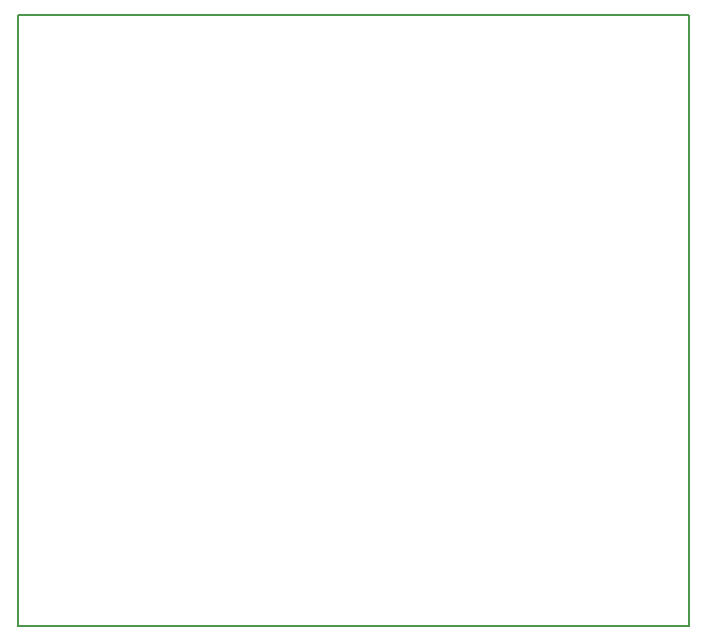
<source format=gbr>
%FSLAX23Y23*%
%MOIN*%
G04 EasyPC Gerber Version 17.0 Build 3379 *
%ADD10C,0.00500*%
X0Y0D02*
D02*
D10*
X3Y3D02*
X2241D01*
Y2038*
X3*
Y3*
X0Y0D02*
M02*

</source>
